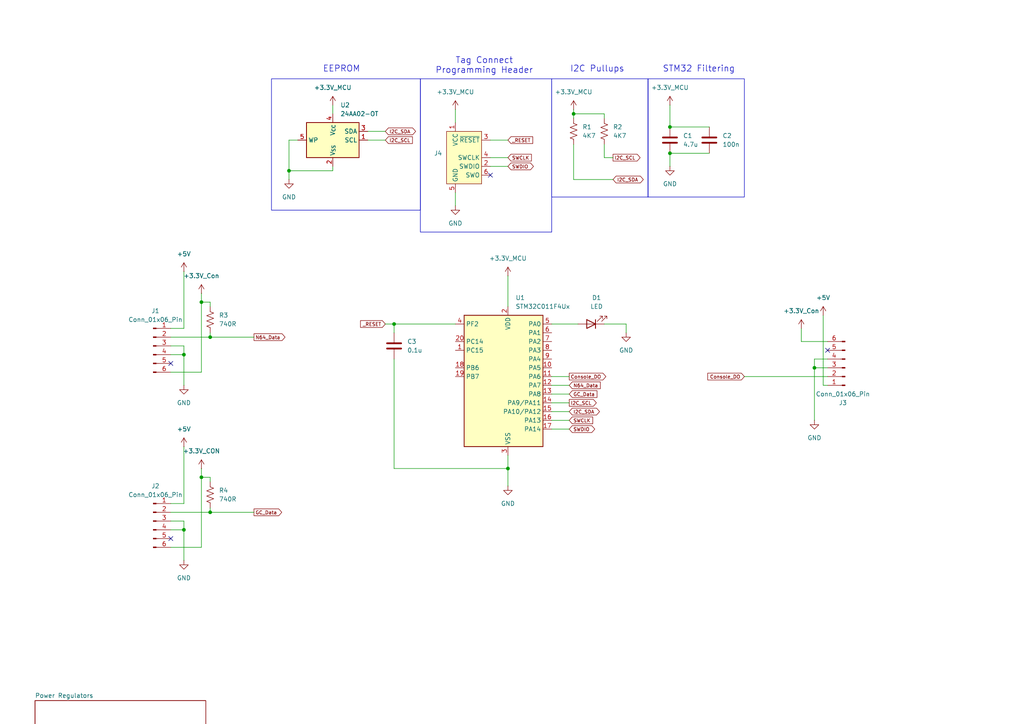
<source format=kicad_sch>
(kicad_sch (version 20231120) (generator "eeschema") (generator_version "8.0")
  (paper "A4")
  (title_block (title "ESS Adapter") (date "2024-10-29") (rev "0"))
  (lib_symbols
    (symbol "Connector:Conn_01x06_Pin" (pin_names (offset 1.016) hide)
      (property "Reference" "J" (at 0 7.62 0))
      (property "Value" "Conn_01x06_Pin" (at 0 -10.16 0))
      (symbol "Conn_01x06_Pin_1_1"
        (polyline (pts (xy 1.27 -7.62) (xy 0.8636 -7.62)) (stroke (width 0.1524)))
        (polyline (pts (xy 1.27 -5.08) (xy 0.8636 -5.08)) (stroke (width 0.1524)))
        (polyline (pts (xy 1.27 -2.54) (xy 0.8636 -2.54)) (stroke (width 0.1524)))
        (polyline (pts (xy 1.27 0) (xy 0.8636 0)) (stroke (width 0.1524)))
        (polyline (pts (xy 1.27 2.54) (xy 0.8636 2.54)) (stroke (width 0.1524)))
        (polyline (pts (xy 1.27 5.08) (xy 0.8636 5.08)) (stroke (width 0.1524)))
        (rectangle (start 0.8636 -7.493) (end 0 -7.747) (stroke (width 0.1524)) (fill (type outline)))
        (rectangle (start 0.8636 -4.953) (end 0 -5.207) (stroke (width 0.1524)) (fill (type outline)))
        (rectangle (start 0.8636 -2.413) (end 0 -2.667) (stroke (width 0.1524)) (fill (type outline)))
        (rectangle (start 0.8636 0.127) (end 0 -0.127) (stroke (width 0.1524)) (fill (type outline)))
        (rectangle (start 0.8636 2.667) (end 0 2.413) (stroke (width 0.1524)) (fill (type outline)))
        (rectangle (start 0.8636 5.207) (end 0 4.953) (stroke (width 0.1524)) (fill (type outline)))
        (pin passive line (at 5.08 5.08 180) (length 3.81) (name "Pin_1") (number "1"))
        (pin passive line (at 5.08 2.54 180) (length 3.81) (name "Pin_2") (number "2"))
        (pin passive line (at 5.08 0 180) (length 3.81) (name "Pin_3") (number "3"))
        (pin passive line (at 5.08 -2.54 180) (length 3.81) (name "Pin_4") (number "4"))
        (pin passive line (at 5.08 -5.08 180) (length 3.81) (name "Pin_5") (number "5"))
        (pin passive line (at 5.08 -7.62 180) (length 3.81) (name "Pin_6") (number "6"))
      )
    )
    (symbol "Connector:Conn_ARM_SWD_TagConnect_TC2030" (in_bom no)
      (property "Reference" "J" (at 2.54 11.43 0))
      (property "Value" "Conn_ARM_SWD_TagConnect_TC2030" (at 5.08 8.89 0))
      (symbol "Conn_ARM_SWD_TagConnect_TC2030_0_0"
        (pin power_in line (at -2.54 10.16 270) (length 2.54) (name "VCC") (number "1"))
        (pin bidirectional line (at 7.62 -2.54 180) (length 2.54) (name "SWDIO") (number "2"))
        (pin open_collector line (at 7.62 5.08 180) (length 2.54) (name "~{RESET}") (number "3"))
        (pin output line (at 7.62 0 180) (length 2.54) (name "SWCLK") (number "4"))
        (pin power_in line (at -2.54 -10.16 90) (length 2.54) (name "GND") (number "5"))
        (pin input line (at 7.62 -5.08 180) (length 2.54) (name "SWO") (number "6"))
      )
      (symbol "Conn_ARM_SWD_TagConnect_TC2030_0_1"
        (rectangle (start -5.08 7.62) (end 5.08 -7.62) (fill (type background)))
      )
    )
    (symbol "Device:C" (pin_numbers hide) (pin_names (offset 0.254))
      (property "Reference" "C" (at 0.635 2.54 0))
      (property "Value" "C" (at 0.635 -2.54 0))
      (symbol "C_0_1"
        (polyline (pts (xy -2.032 -0.762) (xy 2.032 -0.762)) (stroke (width 0.508)))
        (polyline (pts (xy -2.032 0.762) (xy 2.032 0.762)) (stroke (width 0.508)))
      )
      (symbol "C_1_1"
        (pin passive line (at 0 3.81 270) (length 2.794) (name "~") (number "1"))
        (pin passive line (at 0 -3.81 90) (length 2.794) (name "~") (number "2"))
      )
    )
    (symbol "Device:LED" (pin_numbers hide) (pin_names (offset 1.016) hide)
      (property "Reference" "D" (at 0 2.54 0))
      (property "Value" "LED" (at 0 -2.54 0))
      (symbol "LED_0_1"
        (polyline (pts (xy -1.27 -1.27) (xy -1.27 1.27)) (stroke (width 0.254)))
        (polyline (pts (xy -1.27 0) (xy 1.27 0)))
        (polyline (pts (xy 1.27 -1.27) (xy 1.27 1.27) (xy -1.27 0) (xy 1.27 -1.27)) (stroke (width 0.254)))
        (polyline (pts (xy -3.048 -0.762) (xy -4.572 -2.286) (xy -3.81 -2.286) (xy -4.572 -2.286) (xy -4.572 -1.524)))
        (polyline (pts (xy -1.778 -0.762) (xy -3.302 -2.286) (xy -2.54 -2.286) (xy -3.302 -2.286) (xy -3.302 -1.524)))
      )
      (symbol "LED_1_1"
        (pin passive line (at -3.81 0 0) (length 2.54) (name "K") (number "1"))
        (pin passive line (at 3.81 0 180) (length 2.54) (name "A") (number "2"))
      )
    )
    (symbol "Device:R_US" (pin_numbers hide) (pin_names (offset 0))
      (property "Reference" "R" (at 2.54 0 90))
      (property "Value" "R_US" (at -2.54 0 90))
      (symbol "R_US_0_1"
        (polyline (pts (xy 0 -2.286) (xy 0 -2.54)))
        (polyline (pts (xy 0 2.286) (xy 0 2.54)))
        (polyline (pts (xy 0 -0.762) (xy 1.016 -1.143) (xy 0 -1.524) (xy -1.016 -1.905) (xy 0 -2.286)))
        (polyline (pts (xy 0 0.762) (xy 1.016 0.381) (xy 0 0) (xy -1.016 -0.381) (xy 0 -0.762)))
        (polyline (pts (xy 0 2.286) (xy 1.016 1.905) (xy 0 1.524) (xy -1.016 1.143) (xy 0 0.762)))
      )
      (symbol "R_US_1_1"
        (pin passive line (at 0 3.81 270) (length 1.27) (name "~") (number "1"))
        (pin passive line (at 0 -3.81 90) (length 1.27) (name "~") (number "2"))
      )
    )
    (symbol "MCU_ST_STM32C0:STM32C011F4Ux"
      (property "Reference" "U" (at -10.16 21.59 0))
      (property "Value" "STM32C011F4Ux" (at 5.08 21.59 0))
      (symbol "STM32C011F4Ux_0_1"
        (rectangle (start -10.16 -17.78) (end 12.7 20.32) (stroke (width 0.254)) (fill (type background)))
      )
      (symbol "STM32C011F4Ux_1_1"
        (pin bidirectional line (at -12.7 10.16 0) (length 2.54) (name "PC15") (number "1"))
        (pin bidirectional line (at 15.24 5.08 180) (length 2.54) (name "PA5") (number "10"))
        (pin bidirectional line (at 15.24 2.54 180) (length 2.54) (name "PA6") (number "11"))
        (pin bidirectional line (at 15.24 0 180) (length 2.54) (name "PA7") (number "12"))
        (pin bidirectional line (at 15.24 -2.54 180) (length 2.54) (name "PA8") (number "13"))
        (pin bidirectional line (at 15.24 -5.08 180) (length 2.54) (name "PA9/PA11") (number "14"))
        (pin bidirectional line (at 15.24 -7.62 180) (length 2.54) (name "PA10/PA12") (number "15"))
        (pin bidirectional line (at 15.24 -10.16 180) (length 2.54) (name "PA13") (number "16"))
        (pin bidirectional line (at 15.24 -12.7 180) (length 2.54) (name "PA14") (number "17"))
        (pin bidirectional line (at -12.7 5.08 0) (length 2.54) (name "PB6") (number "18"))
        (pin bidirectional line (at -12.7 2.54 0) (length 2.54) (name "PB7") (number "19"))
        (pin power_in line (at 2.54 22.86 270) (length 2.54) (name "VDD") (number "2"))
        (pin bidirectional line (at -12.7 12.7 0) (length 2.54) (name "PC14") (number "20"))
        (pin power_in line (at 2.54 -20.32 90) (length 2.54) (name "VSS") (number "3"))
        (pin bidirectional line (at -12.7 17.78 0) (length 2.54) (name "PF2") (number "4"))
        (pin bidirectional line (at 15.24 17.78 180) (length 2.54) (name "PA0") (number "5"))
        (pin bidirectional line (at 15.24 15.24 180) (length 2.54) (name "PA1") (number "6"))
        (pin bidirectional line (at 15.24 12.7 180) (length 2.54) (name "PA2") (number "7"))
        (pin bidirectional line (at 15.24 10.16 180) (length 2.54) (name "PA3") (number "8"))
        (pin bidirectional line (at 15.24 7.62 180) (length 2.54) (name "PA4") (number "9"))
      )
    )
    (symbol "Memory_EEPROM:24AA02-OT"
      (property "Reference" "U" (at -7.62 6.35 0))
      (property "Value" "24AA02-OT" (at 2.54 -6.35 0))
      (symbol "24AA02-OT_1_1"
        (rectangle (start -7.62 5.08) (end 7.62 -5.08) (stroke (width 0.254)) (fill (type background)))
        (pin input line (at 10.16 0 180) (length 2.54) (name "SCL") (number "1"))
        (pin power_in line (at 0 -7.62 90) (length 2.54) (name "V_{SS}") (number "2"))
        (pin bidirectional line (at 10.16 2.54 180) (length 2.54) (name "SDA") (number "3"))
        (pin power_in line (at 0 7.62 270) (length 2.54) (name "V_{CC}") (number "4"))
        (pin input line (at -10.16 0 0) (length 2.54) (name "WP") (number "5"))
      )
    )
    (symbol "power:+3.3V" (power) (pin_numbers hide) (pin_names (offset 0) hide)
      (property "Value" "+3.3V" (at 0 3.556 0))
      (symbol "+3.3V_0_1"
        (polyline (pts (xy -0.762 1.27) (xy 0 2.54)))
        (polyline (pts (xy 0 0) (xy 0 2.54)))
        (polyline (pts (xy 0 2.54) (xy 0.762 1.27)))
      )
      (symbol "+3.3V_1_1"
        (pin power_in line (at 0 0 90) (length 0) (name "~") (number "1"))
      )
    )
    (symbol "power:+5V" (power) (pin_numbers hide) (pin_names (offset 0) hide)
      (property "Value" "+5V" (at 0 3.556 0))
      (symbol "+5V_0_1"
        (polyline (pts (xy -0.762 1.27) (xy 0 2.54)))
        (polyline (pts (xy 0 0) (xy 0 2.54)))
        (polyline (pts (xy 0 2.54) (xy 0.762 1.27)))
      )
      (symbol "+5V_1_1"
        (pin power_in line (at 0 0 90) (length 0) (name "~") (number "1"))
      )
    )
    (symbol "power:GND" (power) (pin_numbers hide) (pin_names (offset 0) hide)
      (property "Value" "GND" (at 0 -3.81 0))
      (symbol "GND_0_1"
        (polyline (pts (xy 0 0) (xy 0 -1.27) (xy 1.27 -1.27) (xy 0 -2.54) (xy -1.27 -1.27) (xy 0 -1.27)))
      )
      (symbol "GND_1_1"
        (pin power_in line (at 0 0 270) (length 0) (name "~") (number "1"))
      )
    )
  )
  (junction (at 194.31 44.45))
  (junction (at 60.96 97.79))
  (junction (at 236.22 106.68))
  (junction (at 58.42 87.63))
  (junction (at 194.31 36.83))
  (junction (at 58.42 138.43))
  (junction (at 53.34 102.87))
  (junction (at 83.82 49.53))
  (junction (at 147.32 135.89))
  (junction (at 53.34 153.67))
  (junction (at 60.96 148.59))
  (junction (at 114.3 93.98))
  (junction (at 166.37 33.02))
  (no_connect (at 49.53 156.21))
  (no_connect (at 142.24 50.8))
  (no_connect (at 49.53 105.41))
  (no_connect (at 240.03 101.6))
  (wire (pts (xy 53.34 102.87) (xy 53.34 111.76)))
  (wire (pts (xy 83.82 49.53) (xy 96.52 49.53)))
  (wire (pts (xy 142.24 40.64) (xy 147.32 40.64)))
  (wire (pts (xy 60.96 148.59) (xy 60.96 147.32)))
  (wire (pts (xy 160.02 109.22) (xy 165.1 109.22)))
  (wire (pts (xy 58.42 158.75) (xy 49.53 158.75)))
  (wire (pts (xy 194.31 44.45) (xy 205.74 44.45)))
  (wire (pts (xy 194.31 44.45) (xy 194.31 48.26)))
  (wire (pts (xy 160.02 93.98) (xy 167.64 93.98)))
  (wire (pts (xy 53.34 146.05) (xy 49.53 146.05)))
  (wire (pts (xy 58.42 107.95) (xy 49.53 107.95)))
  (wire (pts (xy 160.02 111.76) (xy 165.1 111.76)))
  (wire (pts (xy 53.34 151.13) (xy 53.34 153.67)))
  (wire (pts (xy 114.3 104.14) (xy 114.3 135.89)))
  (wire (pts (xy 236.22 106.68) (xy 236.22 104.14)))
  (wire (pts (xy 49.53 148.59) (xy 60.96 148.59)))
  (wire (pts (xy 215.9 109.22) (xy 240.03 109.22)))
  (wire (pts (xy 58.42 87.63) (xy 60.96 87.63)))
  (wire (pts (xy 175.26 34.29) (xy 175.26 33.02)))
  (wire (pts (xy 236.22 106.68) (xy 236.22 121.92)))
  (wire (pts (xy 147.32 80.01) (xy 147.32 88.9)))
  (wire (pts (xy 96.52 30.48) (xy 96.52 33.02)))
  (wire (pts (xy 83.82 40.64) (xy 83.82 49.53)))
  (wire (pts (xy 49.53 95.25) (xy 53.34 95.25)))
  (wire (pts (xy 160.02 116.84) (xy 165.1 116.84)))
  (wire (pts (xy 175.26 41.91) (xy 175.26 45.72)))
  (wire (pts (xy 166.37 31.75) (xy 166.37 33.02)))
  (wire (pts (xy 60.96 97.79) (xy 60.96 96.52)))
  (wire (pts (xy 60.96 139.7) (xy 60.96 138.43)))
  (wire (pts (xy 53.34 153.67) (xy 53.34 162.56)))
  (wire (pts (xy 147.32 135.89) (xy 147.32 140.97)))
  (wire (pts (xy 106.68 38.1) (xy 111.76 38.1)))
  (wire (pts (xy 53.34 78.74) (xy 53.34 95.25)))
  (wire (pts (xy 238.76 91.44) (xy 238.76 111.76)))
  (wire (pts (xy 175.26 45.72) (xy 177.8 45.72)))
  (wire (pts (xy 49.53 153.67) (xy 53.34 153.67)))
  (wire (pts (xy 240.03 111.76) (xy 238.76 111.76)))
  (wire (pts (xy 114.3 93.98) (xy 114.3 96.52)))
  (wire (pts (xy 132.08 93.98) (xy 114.3 93.98)))
  (wire (pts (xy 160.02 114.3) (xy 165.1 114.3)))
  (wire (pts (xy 58.42 138.43) (xy 60.96 138.43)))
  (wire (pts (xy 114.3 93.98) (xy 111.76 93.98)))
  (wire (pts (xy 53.34 129.54) (xy 53.34 146.05)))
  (wire (pts (xy 132.08 31.75) (xy 132.08 35.56)))
  (wire (pts (xy 96.52 48.26) (xy 96.52 49.53)))
  (wire (pts (xy 83.82 49.53) (xy 83.82 52.07)))
  (wire (pts (xy 147.32 132.08) (xy 147.32 135.89)))
  (wire (pts (xy 58.42 85.09) (xy 58.42 87.63)))
  (wire (pts (xy 58.42 87.63) (xy 58.42 107.95)))
  (wire (pts (xy 160.02 121.92) (xy 165.1 121.92)))
  (wire (pts (xy 142.24 45.72) (xy 147.32 45.72)))
  (wire (pts (xy 60.96 97.79) (xy 73.66 97.79)))
  (wire (pts (xy 232.41 99.06) (xy 240.03 99.06)))
  (wire (pts (xy 232.41 95.25) (xy 232.41 99.06)))
  (wire (pts (xy 86.36 40.64) (xy 83.82 40.64)))
  (wire (pts (xy 58.42 138.43) (xy 58.42 158.75)))
  (wire (pts (xy 236.22 104.14) (xy 240.03 104.14)))
  (wire (pts (xy 132.08 55.88) (xy 132.08 59.69)))
  (wire (pts (xy 60.96 148.59) (xy 73.66 148.59)))
  (wire (pts (xy 160.02 119.38) (xy 165.1 119.38)))
  (wire (pts (xy 58.42 135.89) (xy 58.42 138.43)))
  (wire (pts (xy 166.37 52.07) (xy 166.37 41.91)))
  (wire (pts (xy 166.37 33.02) (xy 166.37 34.29)))
  (wire (pts (xy 177.8 52.07) (xy 166.37 52.07)))
  (wire (pts (xy 240.03 106.68) (xy 236.22 106.68)))
  (wire (pts (xy 49.53 151.13) (xy 53.34 151.13)))
  (wire (pts (xy 106.68 40.64) (xy 111.76 40.64)))
  (wire (pts (xy 142.24 48.26) (xy 147.32 48.26)))
  (wire (pts (xy 181.61 93.98) (xy 181.61 96.52)))
  (wire (pts (xy 60.96 87.63) (xy 60.96 88.9)))
  (wire (pts (xy 160.02 124.46) (xy 165.1 124.46)))
  (wire (pts (xy 49.53 97.79) (xy 60.96 97.79)))
  (wire (pts (xy 53.34 100.33) (xy 53.34 102.87)))
  (wire (pts (xy 175.26 93.98) (xy 181.61 93.98)))
  (wire (pts (xy 194.31 30.48) (xy 194.31 36.83)))
  (wire (pts (xy 49.53 100.33) (xy 53.34 100.33)))
  (wire (pts (xy 175.26 33.02) (xy 166.37 33.02)))
  (wire (pts (xy 49.53 102.87) (xy 53.34 102.87)))
  (wire (pts (xy 114.3 135.89) (xy 147.32 135.89)))
  (wire (pts (xy 194.31 36.83) (xy 205.74 36.83)))
  (rectangle (start 78.74 22.86) (end 121.92 60.96))
  (rectangle (start 160.02 22.86) (end 187.96 57.15))
  (rectangle (start 187.96 22.86) (end 215.9 57.15))
  (rectangle (start 121.92 22.86) (end 160.02 67.31))
  (text "EEPROM\n" (at 99.06 20.066 0) (effects (font (size 1.778 1.778))))
  (text "Tag Connect\nProgramming Header" (at 140.462 19.05 0) (effects (font (size 1.778 1.778))))
  (text "STM32 Filtering" (at 202.692 20.066 0) (effects (font (size 1.778 1.778))))
  (text "I2C Pullups\n" (at 173.228 20.066 0) (effects (font (size 1.778 1.778))))
  (global_label "I2C_SDA" (shape bidirectional) (at 165.1 119.38 0) (effects (font (size 1 1))) (property "Intersheetrefs" "${INTERSHEET_REFS}" (effects (hide yes))))
  (global_label "I2C_SCL" (shape output) (at 177.8 45.72 0) (effects (font (size 1 1))) (property "Intersheetrefs" "${INTERSHEET_REFS}" (effects (hide yes))))
  (global_label "GC_Data" (shape input) (at 165.1 114.3 0) (effects (font (size 1 1))) (property "Intersheetrefs" "${INTERSHEET_REFS}" (effects (hide yes))))
  (global_label "I2C_SDA" (shape bidirectional) (at 177.8 52.07 0) (effects (font (size 1 1))) (property "Intersheetrefs" "${INTERSHEET_REFS}" (effects (hide yes))))
  (global_label "GC_Data" (shape output) (at 73.66 148.59 0) (effects (font (size 1 1))) (property "Intersheetrefs" "${INTERSHEET_REFS}" (effects (hide yes))))
  (global_label "Console_DO" (shape input) (at 215.9 109.22 180) (effects (font (size 1 1))) (property "Intersheetrefs" "${INTERSHEET_REFS}" (effects (hide yes))))
  (global_label "I2C_SCL" (shape output) (at 165.1 116.84 0) (effects (font (size 1 1))) (property "Intersheetrefs" "${INTERSHEET_REFS}" (effects (hide yes))))
  (global_label "SWDIO" (shape bidirectional) (at 165.1 124.46 0) (effects (font (size 1 1))) (property "Intersheetrefs" "${INTERSHEET_REFS}" (effects (hide yes))))
  (global_label "_RESET" (shape input) (at 111.76 93.98 180) (effects (font (size 1 1))) (property "Intersheetrefs" "${INTERSHEET_REFS}" (effects (hide yes))))
  (global_label "N64_Data" (shape output) (at 73.66 97.79 0) (effects (font (size 1 1))) (property "Intersheetrefs" "${INTERSHEET_REFS}" (effects (hide yes))))
  (global_label "Console_DO" (shape output) (at 165.1 109.22 0) (effects (font (size 1 1))) (property "Intersheetrefs" "${INTERSHEET_REFS}" (effects (hide yes))))
  (global_label "SWCLK" (shape input) (at 165.1 121.92 0) (effects (font (size 1 1))) (property "Intersheetrefs" "${INTERSHEET_REFS}" (effects (hide yes))))
  (global_label "I2C_SCL" (shape input) (at 111.76 40.64 0) (effects (font (size 1 1))) (property "Intersheetrefs" "${INTERSHEET_REFS}" (effects (hide yes))))
  (global_label "_RESET" (shape input) (at 147.32 40.64 0) (effects (font (size 1 1))) (property "Intersheetrefs" "${INTERSHEET_REFS}" (effects (hide yes))))
  (global_label "SWCLK" (shape input) (at 147.32 45.72 0) (effects (font (size 1 1))) (property "Intersheetrefs" "${INTERSHEET_REFS}" (effects (hide yes))))
  (global_label "SWDIO" (shape bidirectional) (at 147.32 48.26 0) (effects (font (size 1 1))) (property "Intersheetrefs" "${INTERSHEET_REFS}" (effects (hide yes))))
  (global_label "N64_Data" (shape input) (at 165.1 111.76 0) (effects (font (size 1 1))) (property "Intersheetrefs" "${INTERSHEET_REFS}" (effects (hide yes))))
  (global_label "I2C_SDA" (shape bidirectional) (at 111.76 38.1 0) (effects (font (size 1 1))) (property "Intersheetrefs" "${INTERSHEET_REFS}" (effects (hide yes))))
  (symbol (lib_id "Connector:Conn_01x06_Pin") (at 44.45 100.33 0) (unit 1)
    (property "Reference" "J1" (at 45.085 90.17 0))
    (property "Value" "Conn_01x06_Pin" (at 45.085 92.71 0))
    (property "Description" "Generic connector, single row, 01x06, script generated" (effects (hide yes)))
  )
  (symbol (lib_id "Memory_EEPROM:24AA02-OT") (at 96.52 40.64 0) (unit 1)
    (property "Reference" "U2" (at 98.7141 30.48 0) (effects (justify left)))
    (property "Value" "24AA02-OT" (at 98.7141 33.02 0) (effects (justify left)))
    (property "Footprint" "Package_TO_SOT_SMD:SOT-23-5" (effects (hide yes)))
    (property "Datasheet" "http://ww1.microchip.com/downloads/en/DeviceDoc/21709J.pdf" (effects (hide yes)))
    (property "Description" "I2C Serial EEPROM, 2Kb, SOT-23" (effects (hide yes)))
  )
  (symbol (lib_id "power:+5V") (at 53.34 129.54 0) (unit 1)
    (property "Reference" "#PWR011" (effects (hide yes)))
    (property "Value" "+5V" (at 53.34 124.46 0))
    (property "Description" "Power symbol creates a global label with name \"+5V\"" (effects (hide yes)))
  )
  (symbol (lib_id "power:GND") (at 236.22 121.92 0) (unit 1)
    (property "Reference" "#PWR017" (effects (hide yes)))
    (property "Value" "GND" (at 236.22 127 0))
    (property "Description" "Power symbol creates a global label with name \"GND\" , ground" (effects (hide yes)))
  )
  (symbol (lib_id "power:GND") (at 83.82 52.07 0) (unit 1)
    (property "Reference" "#PWR08" (effects (hide yes)))
    (property "Value" "GND" (at 83.82 57.15 0))
    (property "Description" "Power symbol creates a global label with name \"GND\" , ground" (effects (hide yes)))
  )
  (symbol (lib_id "Device:R_US") (at 60.96 92.71 0) (unit 1)
    (property "Reference" "R3" (at 63.5 91.4399 0) (effects (justify left)))
    (property "Value" "740R" (at 63.5 93.9799 0) (effects (justify left)))
    (property "Footprint" "Capacitor_SMD:C_0603_1608Metric" (effects (hide yes)))
    (property "Description" "Resistor, US symbol" (effects (hide yes)))
  )
  (symbol (lib_id "Connector:Conn_01x06_Pin") (at 245.11 106.68 180) (unit 1)
    (property "Reference" "J3" (at 244.475 116.84 0))
    (property "Value" "Conn_01x06_Pin" (at 244.475 114.3 0))
    (property "Description" "Generic connector, single row, 01x06, script generated" (effects (hide yes)))
  )
  (symbol (lib_id "power:+3.3V") (at 96.52 30.48 0) (unit 1)
    (property "Reference" "#PWR09" (effects (hide yes)))
    (property "Value" "+3.3V_MCU" (at 96.52 25.4 0))
    (property "Description" "Power symbol creates a global label with name \"+3.3V\"" (effects (hide yes)))
  )
  (symbol (lib_id "Device:C") (at 114.3 100.33 0) (unit 1)
    (property "Reference" "C3" (at 118.11 99.0599 0) (effects (justify left)))
    (property "Value" "0.1u" (at 118.11 101.5999 0) (effects (justify left)))
    (property "Footprint" "Capacitor_SMD:C_0603_1608Metric" (effects (hide yes)))
    (property "Description" "Unpolarized capacitor" (effects (hide yes)))
  )
  (symbol (lib_id "power:+3.3V") (at 232.41 95.25 0) (unit 1)
    (property "Reference" "#PWR018" (effects (hide yes)))
    (property "Value" "+3.3V_Con" (at 232.41 90.17 0))
    (property "Description" "Power symbol creates a global label with name \"+3.3V\"" (effects (hide yes)))
  )
  (symbol (lib_id "Connector:Conn_ARM_SWD_TagConnect_TC2030") (at 134.62 45.72 0) (unit 1) (in_bom no)
    (property "Reference" "J4" (at 128.27 44.4499 0) (effects (justify right)))
    (property "Value" "Conn_ARM_SWD_TagConnect_TC2030" (effects (hide yes)))
    (property "Footprint" "Connector:Tag-Connect_TC2030-IDC-FP_2x03_P1.27mm_Vertical" (effects (hide yes)))
    (property "Datasheet" "https://www.tag-connect.com/wp-content/uploads/bsk-pdf-manager/TC2030-CTX_1.pdf" (effects (hide yes)))
    (property "Description" "Tag-Connect ARM Cortex SWD JTAG connector, 6 pin" (effects (hide yes)))
  )
  (symbol (lib_id "power:GND") (at 181.61 96.52 0) (unit 1)
    (property "Reference" "#PWR019" (effects (hide yes)))
    (property "Value" "GND" (at 181.61 101.6 0))
    (property "Description" "Power symbol creates a global label with name \"GND\" , ground" (effects (hide yes)))
  )
  (symbol (lib_id "power:+3.3V") (at 58.42 85.09 0) (unit 1)
    (property "Reference" "#PWR015" (effects (hide yes)))
    (property "Value" "+3.3V_Con" (at 58.42 80.01 0))
    (property "Description" "Power symbol creates a global label with name \"+3.3V\"" (effects (hide yes)))
  )
  (symbol (lib_id "power:+3.3V") (at 132.08 31.75 0) (unit 1)
    (property "Reference" "#PWR05" (effects (hide yes)))
    (property "Value" "+3.3V_MCU" (at 132.08 26.67 0))
    (property "Description" "Power symbol creates a global label with name \"+3.3V\"" (effects (hide yes)))
  )
  (symbol (lib_id "power:+5V") (at 53.34 78.74 0) (unit 1)
    (property "Reference" "#PWR010" (effects (hide yes)))
    (property "Value" "+5V" (at 53.34 73.66 0))
    (property "Description" "Power symbol creates a global label with name \"+5V\"" (effects (hide yes)))
  )
  (symbol (lib_id "power:+3.3V") (at 194.31 30.48 0) (unit 1)
    (property "Reference" "#PWR03" (effects (hide yes)))
    (property "Value" "+3.3V_MCU" (at 194.31 25.4 0))
    (property "Description" "Power symbol creates a global label with name \"+3.3V\"" (effects (hide yes)))
  )
  (symbol (lib_id "Device:R_US") (at 60.96 143.51 0) (unit 1)
    (property "Reference" "R4" (at 63.5 142.2399 0) (effects (justify left)))
    (property "Value" "740R" (at 63.5 144.7799 0) (effects (justify left)))
    (property "Footprint" "Capacitor_SMD:C_0603_1608Metric" (effects (hide yes)))
    (property "Description" "Resistor, US symbol" (effects (hide yes)))
  )
  (symbol (lib_id "Device:LED") (at 171.45 93.98 180) (unit 1)
    (property "Reference" "D1" (at 173.0375 86.36 0))
    (property "Value" "LED" (at 173.0375 88.9 0))
    (property "Footprint" "LED_SMD:LED_0805_2012Metric" (effects (hide yes)))
    (property "Description" "Light emitting diode" (effects (hide yes)))
    (property "Manufacturer" "Kingbright" (effects (hide yes)))
    (property "Part Number" "KPT-2012LVVBC-D" (effects (hide yes)))
    (property "SPN" "2610420" (effects (hide yes)))
  )
  (symbol (lib_id "MCU_ST_STM32C0:STM32C011F4Ux") (at 144.78 111.76 0) (unit 1)
    (property "Reference" "U1" (at 149.5141 86.36 0) (effects (justify left)))
    (property "Value" "STM32C011F4Ux" (at 149.5141 88.9 0) (effects (justify left)))
    (property "Footprint" "Package_DFN_QFN:ST_UFQFPN-20_3x3mm_P0.5mm" (effects (hide yes)))
    (property "Datasheet" "https://www.st.com/resource/en/datasheet/stm32c011f4.pdf" (effects (hide yes)))
    (property "Description" "STMicroelectronics Arm Cortex-M0+ MCU, 16KB flash, 6KB RAM, 48 MHz, 2.0-3.6V, 18 GPIO, UFQFPN20" (effects (hide yes)))
  )
  (symbol (lib_id "power:GND") (at 147.32 140.97 0) (unit 1)
    (property "Reference" "#PWR01" (effects (hide yes)))
    (property "Value" "GND" (at 147.32 146.05 0))
    (property "Description" "Power symbol creates a global label with name \"GND\" , ground" (effects (hide yes)))
  )
  (symbol (lib_id "power:+3.3V") (at 147.32 80.01 0) (unit 1)
    (property "Reference" "#PWR02" (effects (hide yes)))
    (property "Value" "+3.3V_MCU" (at 147.32 74.93 0))
    (property "Description" "Power symbol creates a global label with name \"+3.3V\"" (effects (hide yes)))
  )
  (symbol (lib_id "Device:R_US") (at 175.26 38.1 0) (unit 1)
    (property "Reference" "R2" (at 177.8 36.8299 0) (effects (justify left)))
    (property "Value" "4K7" (at 177.8 39.3699 0) (effects (justify left)))
    (property "Footprint" "Capacitor_SMD:C_0603_1608Metric" (effects (hide yes)))
    (property "Description" "Resistor, US symbol" (effects (hide yes)))
  )
  (symbol (lib_id "power:GND") (at 194.31 48.26 0) (unit 1)
    (property "Reference" "#PWR04" (effects (hide yes)))
    (property "Value" "GND" (at 194.31 53.34 0))
    (property "Description" "Power symbol creates a global label with name \"GND\" , ground" (effects (hide yes)))
  )
  (symbol (lib_id "power:GND") (at 132.08 59.69 0) (unit 1)
    (property "Reference" "#PWR06" (effects (hide yes)))
    (property "Value" "GND" (at 132.08 64.77 0))
    (property "Description" "Power symbol creates a global label with name \"GND\" , ground" (effects (hide yes)))
  )
  (symbol (lib_id "power:+5V") (at 238.76 91.44 0) (unit 1)
    (property "Reference" "#PWR016" (effects (hide yes)))
    (property "Value" "+5V" (at 238.76 86.36 0))
    (property "Description" "Power symbol creates a global label with name \"+5V\"" (effects (hide yes)))
  )
  (symbol (lib_id "power:GND") (at 53.34 162.56 0) (unit 1)
    (property "Reference" "#PWR012" (effects (hide yes)))
    (property "Value" "GND" (at 53.34 167.64 0))
    (property "Description" "Power symbol creates a global label with name \"GND\" , ground" (effects (hide yes)))
  )
  (symbol (lib_id "Device:C") (at 194.31 40.64 0) (unit 1)
    (property "Reference" "C1" (at 198.12 39.3699 0) (effects (justify left)))
    (property "Value" "4.7u" (at 198.12 41.9099 0) (effects (justify left)))
    (property "Footprint" "Diode_SMD:D_0603_1608Metric" (effects (hide yes)))
    (property "Description" "Unpolarized capacitor" (effects (hide yes)))
  )
  (symbol (lib_id "power:+3.3V") (at 58.42 135.89 0) (unit 1)
    (property "Reference" "#PWR014" (effects (hide yes)))
    (property "Value" "+3.3V_CON" (at 58.42 130.81 0))
    (property "Description" "Power symbol creates a global label with name \"+3.3V\"" (effects (hide yes)))
  )
  (symbol (lib_id "Connector:Conn_01x06_Pin") (at 44.45 151.13 0) (unit 1)
    (property "Reference" "J2" (at 45.085 140.97 0))
    (property "Value" "Conn_01x06_Pin" (at 45.085 143.51 0))
    (property "Description" "Generic connector, single row, 01x06, script generated" (effects (hide yes)))
  )
  (symbol (lib_id "power:+3.3V") (at 166.37 31.75 0) (unit 1)
    (property "Reference" "#PWR07" (effects (hide yes)))
    (property "Value" "+3.3V_MCU" (at 166.37 26.67 0))
    (property "Description" "Power symbol creates a global label with name \"+3.3V\"" (effects (hide yes)))
  )
  (symbol (lib_id "power:GND") (at 53.34 111.76 0) (unit 1)
    (property "Reference" "#PWR013" (effects (hide yes)))
    (property "Value" "GND" (at 53.34 116.84 0))
    (property "Description" "Power symbol creates a global label with name \"GND\" , ground" (effects (hide yes)))
  )
  (symbol (lib_id "Device:R_US") (at 166.37 38.1 0) (unit 1)
    (property "Reference" "R1" (at 168.91 36.8299 0) (effects (justify left)))
    (property "Value" "4K7" (at 168.91 39.3699 0) (effects (justify left)))
    (property "Footprint" "Capacitor_SMD:C_0603_1608Metric" (effects (hide yes)))
    (property "Description" "Resistor, US symbol" (effects (hide yes)))
  )
  (symbol (lib_id "Device:C") (at 205.74 40.64 0) (unit 1)
    (property "Reference" "C2" (at 209.55 39.3699 0) (effects (justify left)))
    (property "Value" "100n" (at 209.55 41.9099 0) (effects (justify left)))
    (property "Footprint" "Capacitor_SMD:C_0603_1608Metric" (effects (hide yes)))
    (property "Description" "Unpolarized capacitor" (effects (hide yes)))
  )
  (sheet (at 10.16 203.2) (size 49.53 7.62) (stroke (width 0.1524))
    (property "Sheetname" "Power Regulators" (at 10.16 202.4884 0) (effects (justify left bottom)))
    (property "Sheetfile" "untitled.kicad_sch" (at 10.16 211.4046 0) (effects (justify left top)))
  )
)
</source>
